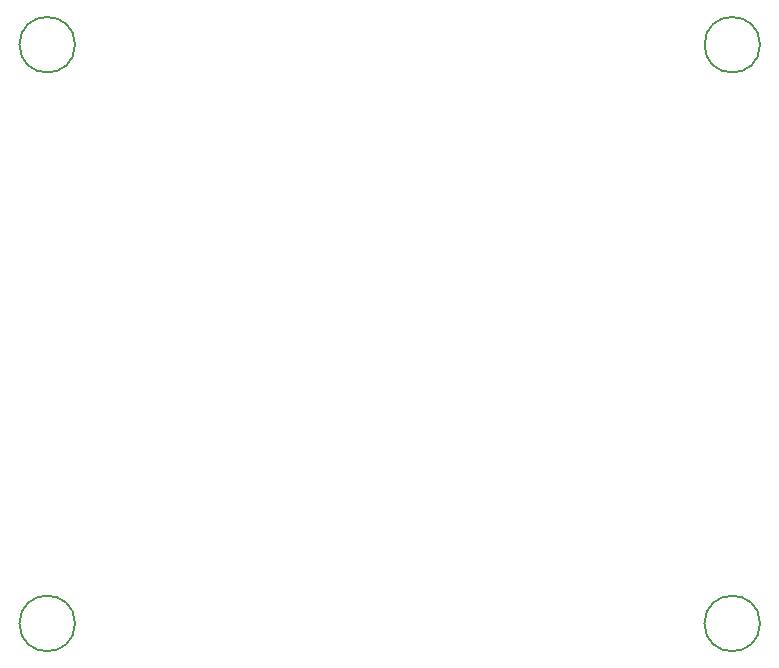
<source format=gbr>
%TF.GenerationSoftware,KiCad,Pcbnew,8.0.1*%
%TF.CreationDate,2024-04-11T22:43:04-04:00*%
%TF.ProjectId,DSPicPiHat,44535069-6350-4694-9861-742e6b696361,rev?*%
%TF.SameCoordinates,Original*%
%TF.FileFunction,Other,Comment*%
%FSLAX46Y46*%
G04 Gerber Fmt 4.6, Leading zero omitted, Abs format (unit mm)*
G04 Created by KiCad (PCBNEW 8.0.1) date 2024-04-11 22:43:04*
%MOMM*%
%LPD*%
G01*
G04 APERTURE LIST*
%ADD10C,0.150000*%
G04 APERTURE END LIST*
D10*
%TO.C,H4*%
X60350000Y0D02*
G75*
G02*
X55650000Y0I-2350000J0D01*
G01*
X55650000Y0D02*
G75*
G02*
X60350000Y0I2350000J0D01*
G01*
%TO.C,H1*%
X2350000Y0D02*
G75*
G02*
X-2350000Y0I-2350000J0D01*
G01*
X-2350000Y0D02*
G75*
G02*
X2350000Y0I2350000J0D01*
G01*
%TO.C,H2*%
X2350000Y-49000000D02*
G75*
G02*
X-2350000Y-49000000I-2350000J0D01*
G01*
X-2350000Y-49000000D02*
G75*
G02*
X2350000Y-49000000I2350000J0D01*
G01*
%TO.C,H3*%
X60350000Y-49000000D02*
G75*
G02*
X55650000Y-49000000I-2350000J0D01*
G01*
X55650000Y-49000000D02*
G75*
G02*
X60350000Y-49000000I2350000J0D01*
G01*
%TD*%
M02*

</source>
